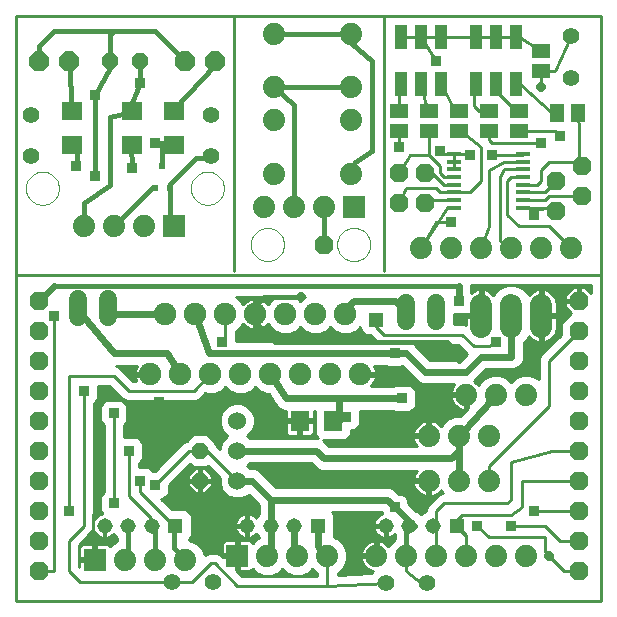
<source format=gtl>
G75*
G70*
%OFA0B0*%
%FSLAX24Y24*%
%IPPOS*%
%LPD*%
%AMOC8*
5,1,8,0,0,1.08239X$1,22.5*
%
%ADD10C,0.0000*%
%ADD11C,0.0100*%
%ADD12C,0.0748*%
%ADD13OC8,0.0630*%
%ADD14C,0.0600*%
%ADD15OC8,0.0520*%
%ADD16R,0.0630X0.0709*%
%ADD17C,0.0600*%
%ADD18R,0.0710X0.0630*%
%ADD19OC8,0.0660*%
%ADD20C,0.0740*%
%ADD21R,0.0515X0.0515*%
%ADD22C,0.0515*%
%ADD23C,0.0740*%
%ADD24R,0.0740X0.0740*%
%ADD25C,0.0551*%
%ADD26R,0.0236X0.0217*%
%ADD27R,0.0472X0.0157*%
%ADD28R,0.0433X0.0787*%
%ADD29R,0.0591X0.0512*%
%ADD30R,0.0512X0.0591*%
%ADD31C,0.0240*%
%ADD32C,0.0160*%
%ADD33R,0.0317X0.0317*%
%ADD34R,0.0356X0.0356*%
%ADD35C,0.0320*%
%ADD36R,0.0472X0.0472*%
%ADD37OC8,0.0317*%
D10*
X000750Y000138D02*
X000750Y010995D01*
X020252Y010995D01*
X020252Y000138D01*
X000750Y000138D01*
X000750Y000150D02*
X000750Y019650D01*
X020250Y019650D01*
X020250Y000150D01*
X000750Y000150D01*
X008574Y012025D02*
X008576Y012072D01*
X008582Y012118D01*
X008592Y012164D01*
X008605Y012209D01*
X008623Y012252D01*
X008644Y012294D01*
X008668Y012334D01*
X008696Y012371D01*
X008727Y012406D01*
X008761Y012439D01*
X008797Y012468D01*
X008836Y012494D01*
X008877Y012517D01*
X008920Y012536D01*
X008964Y012552D01*
X009009Y012564D01*
X009055Y012572D01*
X009102Y012576D01*
X009148Y012576D01*
X009195Y012572D01*
X009241Y012564D01*
X009286Y012552D01*
X009330Y012536D01*
X009373Y012517D01*
X009414Y012494D01*
X009453Y012468D01*
X009489Y012439D01*
X009523Y012406D01*
X009554Y012371D01*
X009582Y012334D01*
X009606Y012294D01*
X009627Y012252D01*
X009645Y012209D01*
X009658Y012164D01*
X009668Y012118D01*
X009674Y012072D01*
X009676Y012025D01*
X009674Y011978D01*
X009668Y011932D01*
X009658Y011886D01*
X009645Y011841D01*
X009627Y011798D01*
X009606Y011756D01*
X009582Y011716D01*
X009554Y011679D01*
X009523Y011644D01*
X009489Y011611D01*
X009453Y011582D01*
X009414Y011556D01*
X009373Y011533D01*
X009330Y011514D01*
X009286Y011498D01*
X009241Y011486D01*
X009195Y011478D01*
X009148Y011474D01*
X009102Y011474D01*
X009055Y011478D01*
X009009Y011486D01*
X008964Y011498D01*
X008920Y011514D01*
X008877Y011533D01*
X008836Y011556D01*
X008797Y011582D01*
X008761Y011611D01*
X008727Y011644D01*
X008696Y011679D01*
X008668Y011716D01*
X008644Y011756D01*
X008623Y011798D01*
X008605Y011841D01*
X008592Y011886D01*
X008582Y011932D01*
X008576Y011978D01*
X008574Y012025D01*
X006574Y013900D02*
X006576Y013947D01*
X006582Y013993D01*
X006592Y014039D01*
X006605Y014084D01*
X006623Y014127D01*
X006644Y014169D01*
X006668Y014209D01*
X006696Y014246D01*
X006727Y014281D01*
X006761Y014314D01*
X006797Y014343D01*
X006836Y014369D01*
X006877Y014392D01*
X006920Y014411D01*
X006964Y014427D01*
X007009Y014439D01*
X007055Y014447D01*
X007102Y014451D01*
X007148Y014451D01*
X007195Y014447D01*
X007241Y014439D01*
X007286Y014427D01*
X007330Y014411D01*
X007373Y014392D01*
X007414Y014369D01*
X007453Y014343D01*
X007489Y014314D01*
X007523Y014281D01*
X007554Y014246D01*
X007582Y014209D01*
X007606Y014169D01*
X007627Y014127D01*
X007645Y014084D01*
X007658Y014039D01*
X007668Y013993D01*
X007674Y013947D01*
X007676Y013900D01*
X007674Y013853D01*
X007668Y013807D01*
X007658Y013761D01*
X007645Y013716D01*
X007627Y013673D01*
X007606Y013631D01*
X007582Y013591D01*
X007554Y013554D01*
X007523Y013519D01*
X007489Y013486D01*
X007453Y013457D01*
X007414Y013431D01*
X007373Y013408D01*
X007330Y013389D01*
X007286Y013373D01*
X007241Y013361D01*
X007195Y013353D01*
X007148Y013349D01*
X007102Y013349D01*
X007055Y013353D01*
X007009Y013361D01*
X006964Y013373D01*
X006920Y013389D01*
X006877Y013408D01*
X006836Y013431D01*
X006797Y013457D01*
X006761Y013486D01*
X006727Y013519D01*
X006696Y013554D01*
X006668Y013591D01*
X006644Y013631D01*
X006623Y013673D01*
X006605Y013716D01*
X006592Y013761D01*
X006582Y013807D01*
X006576Y013853D01*
X006574Y013900D01*
X001074Y013900D02*
X001076Y013947D01*
X001082Y013993D01*
X001092Y014039D01*
X001105Y014084D01*
X001123Y014127D01*
X001144Y014169D01*
X001168Y014209D01*
X001196Y014246D01*
X001227Y014281D01*
X001261Y014314D01*
X001297Y014343D01*
X001336Y014369D01*
X001377Y014392D01*
X001420Y014411D01*
X001464Y014427D01*
X001509Y014439D01*
X001555Y014447D01*
X001602Y014451D01*
X001648Y014451D01*
X001695Y014447D01*
X001741Y014439D01*
X001786Y014427D01*
X001830Y014411D01*
X001873Y014392D01*
X001914Y014369D01*
X001953Y014343D01*
X001989Y014314D01*
X002023Y014281D01*
X002054Y014246D01*
X002082Y014209D01*
X002106Y014169D01*
X002127Y014127D01*
X002145Y014084D01*
X002158Y014039D01*
X002168Y013993D01*
X002174Y013947D01*
X002176Y013900D01*
X002174Y013853D01*
X002168Y013807D01*
X002158Y013761D01*
X002145Y013716D01*
X002127Y013673D01*
X002106Y013631D01*
X002082Y013591D01*
X002054Y013554D01*
X002023Y013519D01*
X001989Y013486D01*
X001953Y013457D01*
X001914Y013431D01*
X001873Y013408D01*
X001830Y013389D01*
X001786Y013373D01*
X001741Y013361D01*
X001695Y013353D01*
X001648Y013349D01*
X001602Y013349D01*
X001555Y013353D01*
X001509Y013361D01*
X001464Y013373D01*
X001420Y013389D01*
X001377Y013408D01*
X001336Y013431D01*
X001297Y013457D01*
X001261Y013486D01*
X001227Y013519D01*
X001196Y013554D01*
X001168Y013591D01*
X001144Y013631D01*
X001123Y013673D01*
X001105Y013716D01*
X001092Y013761D01*
X001082Y013807D01*
X001076Y013853D01*
X001074Y013900D01*
X011449Y012025D02*
X011451Y012072D01*
X011457Y012118D01*
X011467Y012164D01*
X011480Y012209D01*
X011498Y012252D01*
X011519Y012294D01*
X011543Y012334D01*
X011571Y012371D01*
X011602Y012406D01*
X011636Y012439D01*
X011672Y012468D01*
X011711Y012494D01*
X011752Y012517D01*
X011795Y012536D01*
X011839Y012552D01*
X011884Y012564D01*
X011930Y012572D01*
X011977Y012576D01*
X012023Y012576D01*
X012070Y012572D01*
X012116Y012564D01*
X012161Y012552D01*
X012205Y012536D01*
X012248Y012517D01*
X012289Y012494D01*
X012328Y012468D01*
X012364Y012439D01*
X012398Y012406D01*
X012429Y012371D01*
X012457Y012334D01*
X012481Y012294D01*
X012502Y012252D01*
X012520Y012209D01*
X012533Y012164D01*
X012543Y012118D01*
X012549Y012072D01*
X012551Y012025D01*
X012549Y011978D01*
X012543Y011932D01*
X012533Y011886D01*
X012520Y011841D01*
X012502Y011798D01*
X012481Y011756D01*
X012457Y011716D01*
X012429Y011679D01*
X012398Y011644D01*
X012364Y011611D01*
X012328Y011582D01*
X012289Y011556D01*
X012248Y011533D01*
X012205Y011514D01*
X012161Y011498D01*
X012116Y011486D01*
X012070Y011478D01*
X012023Y011474D01*
X011977Y011474D01*
X011930Y011478D01*
X011884Y011486D01*
X011839Y011498D01*
X011795Y011514D01*
X011752Y011533D01*
X011711Y011556D01*
X011672Y011582D01*
X011636Y011611D01*
X011602Y011644D01*
X011571Y011679D01*
X011543Y011716D01*
X011519Y011756D01*
X011498Y011798D01*
X011480Y011841D01*
X011467Y011886D01*
X011457Y011932D01*
X011451Y011978D01*
X011449Y012025D01*
D11*
X013000Y011150D02*
X013000Y019650D01*
X020250Y019650D01*
X020250Y011025D01*
X020250Y000150D01*
X000750Y000150D01*
X000750Y011025D01*
X000750Y019650D01*
X013000Y019650D01*
X013581Y018937D02*
X014250Y018937D01*
X014750Y018150D01*
X014919Y018937D02*
X014250Y018937D01*
X014919Y018937D02*
X016081Y018937D01*
X016750Y018937D01*
X017419Y018937D01*
X017467Y018985D01*
X018250Y018485D01*
X018250Y017815D02*
X018726Y017815D01*
X019250Y018964D01*
X019250Y018849D01*
X018250Y017815D02*
X018250Y017275D01*
X017537Y017363D02*
X018625Y016400D01*
X018625Y016315D01*
X018790Y016400D01*
X018710Y015815D02*
X018875Y015650D01*
X018710Y015815D02*
X017500Y015815D01*
X017500Y016485D02*
X017335Y016650D01*
X017250Y016650D01*
X016750Y017150D01*
X016750Y017363D01*
X017419Y017363D02*
X017537Y017363D01*
X016500Y016485D02*
X016165Y016485D01*
X016000Y016650D01*
X016000Y017150D01*
X016081Y017231D01*
X016081Y017363D01*
X015500Y016485D02*
X015419Y016404D01*
X014919Y017363D01*
X014250Y017363D02*
X014375Y016775D01*
X014585Y016485D01*
X014500Y016485D01*
X014500Y015815D02*
X014500Y015025D01*
X013875Y015025D01*
X013500Y014400D01*
X013750Y013900D02*
X013500Y013400D01*
X013750Y013900D02*
X014750Y013900D01*
X014884Y013766D01*
X015348Y013766D01*
X015357Y013775D01*
X015875Y013775D01*
X016250Y014150D01*
X016250Y015275D01*
X015585Y015815D01*
X015500Y015815D01*
X015415Y015815D01*
X014875Y015150D02*
X014979Y015046D01*
X015348Y015046D01*
X015729Y015046D01*
X015875Y015025D01*
X015348Y015046D02*
X015348Y014790D01*
X015348Y014534D01*
X015348Y014278D02*
X014997Y014278D01*
X014875Y014400D01*
X014875Y014650D01*
X014500Y015025D01*
X014625Y014400D02*
X014375Y014400D01*
X014625Y014400D02*
X015003Y014022D01*
X015348Y014022D01*
X015348Y013510D02*
X014640Y013510D01*
X014375Y013400D01*
X014750Y012775D02*
X014250Y011900D01*
X015104Y013254D01*
X015348Y013254D01*
X015250Y012775D02*
X014750Y012775D01*
X016250Y011900D02*
X016500Y012650D01*
X016500Y014525D01*
X017015Y014790D01*
X017652Y014790D01*
X017631Y015025D02*
X017652Y015046D01*
X017631Y015025D02*
X016625Y015025D01*
X016625Y015400D02*
X018250Y015400D01*
X018500Y014775D02*
X019500Y014775D01*
X019625Y014650D01*
X019500Y014650D01*
X019500Y015775D01*
X019460Y016400D01*
X018500Y014775D02*
X018250Y014525D01*
X018250Y014150D01*
X018122Y014022D01*
X017652Y014022D01*
X017652Y013766D02*
X018366Y013766D01*
X018750Y014150D01*
X018500Y013650D02*
X018360Y013510D01*
X017652Y013510D01*
X017652Y013254D02*
X018396Y013254D01*
X018021Y013171D01*
X018000Y013025D01*
X018396Y013254D02*
X018750Y013150D01*
X018500Y013650D02*
X019625Y013650D01*
X018500Y012650D02*
X019250Y011900D01*
X018500Y012650D02*
X017500Y012650D01*
X017125Y013025D01*
X017125Y014150D01*
X017253Y014278D01*
X017652Y014278D01*
X017652Y014534D02*
X017009Y014534D01*
X016875Y014275D01*
X016875Y012150D01*
X017250Y011900D01*
X017119Y010680D02*
X016876Y010580D01*
X016690Y010394D01*
X016665Y010333D01*
X016647Y010359D01*
X016589Y010417D01*
X016523Y010465D01*
X016450Y010502D01*
X016372Y010527D01*
X016300Y010539D01*
X016300Y009700D01*
X016200Y009700D01*
X016200Y010539D01*
X016128Y010527D01*
X016050Y010502D01*
X015977Y010465D01*
X015924Y010426D01*
X015910Y010459D01*
X015910Y010685D01*
X019910Y010685D01*
X019910Y010398D01*
X019693Y010615D01*
X019540Y010615D01*
X019540Y010190D01*
X019460Y010190D01*
X019460Y010615D01*
X019307Y010615D01*
X019035Y010343D01*
X019035Y010190D01*
X019460Y010190D01*
X019460Y010110D01*
X019035Y010110D01*
X019035Y009957D01*
X019243Y009749D01*
X018895Y009401D01*
X018895Y009026D01*
X018307Y008438D01*
X018212Y008343D01*
X018160Y008218D01*
X018160Y007548D01*
X018124Y007585D01*
X017881Y007685D01*
X017619Y007685D01*
X017376Y007585D01*
X017250Y007458D01*
X017124Y007585D01*
X016881Y007685D01*
X016619Y007685D01*
X016376Y007585D01*
X016190Y007399D01*
X016165Y007338D01*
X016147Y007364D01*
X016089Y007422D01*
X016024Y007469D01*
X016420Y007865D01*
X017332Y007865D01*
X017482Y007927D01*
X017598Y008043D01*
X017660Y008193D01*
X017660Y008757D01*
X017810Y008906D01*
X017835Y008967D01*
X017853Y008941D01*
X017911Y008883D01*
X017977Y008835D01*
X018050Y008798D01*
X018128Y008773D01*
X018200Y008761D01*
X018200Y009600D01*
X018300Y009600D01*
X018300Y009700D01*
X018200Y009700D01*
X018200Y010539D01*
X018128Y010527D01*
X018050Y010502D01*
X017977Y010465D01*
X017911Y010417D01*
X017853Y010359D01*
X017835Y010333D01*
X017810Y010394D01*
X017624Y010580D01*
X017381Y010680D01*
X017119Y010680D01*
X016904Y010591D02*
X015910Y010591D01*
X015910Y010493D02*
X016032Y010493D01*
X016200Y010493D02*
X016300Y010493D01*
X016300Y010394D02*
X016200Y010394D01*
X016200Y010296D02*
X016300Y010296D01*
X016300Y010197D02*
X016200Y010197D01*
X016200Y010099D02*
X016300Y010099D01*
X016300Y010000D02*
X016200Y010000D01*
X016200Y009902D02*
X016300Y009902D01*
X016300Y009803D02*
X016200Y009803D01*
X016200Y009705D02*
X016300Y009705D01*
X016200Y009700D02*
X016200Y009600D01*
X015730Y009600D01*
X015730Y009350D01*
X015693Y009365D01*
X015340Y009365D01*
X015340Y009702D01*
X015716Y009702D01*
X015730Y009707D01*
X015730Y009700D01*
X016200Y009700D01*
X016200Y009606D02*
X015340Y009606D01*
X015340Y009508D02*
X015730Y009508D01*
X015730Y009409D02*
X015340Y009409D01*
X015625Y009025D02*
X016000Y008650D01*
X016500Y008650D01*
X016750Y008775D01*
X017660Y008720D02*
X018589Y008720D01*
X018523Y008835D02*
X018589Y008883D01*
X018647Y008941D01*
X018695Y009007D01*
X018732Y009080D01*
X018757Y009158D01*
X018770Y009239D01*
X018770Y009600D01*
X018300Y009600D01*
X018300Y008761D01*
X018372Y008773D01*
X018450Y008798D01*
X018523Y008835D01*
X018489Y008818D02*
X018687Y008818D01*
X018622Y008917D02*
X018786Y008917D01*
X018699Y009015D02*
X018884Y009015D01*
X018895Y009114D02*
X018743Y009114D01*
X018766Y009212D02*
X018895Y009212D01*
X018895Y009311D02*
X018770Y009311D01*
X018770Y009409D02*
X018903Y009409D01*
X019002Y009508D02*
X018770Y009508D01*
X018770Y009700D02*
X018770Y010061D01*
X018757Y010142D01*
X018732Y010220D01*
X018695Y010293D01*
X018647Y010359D01*
X018589Y010417D01*
X018523Y010465D01*
X018450Y010502D01*
X018372Y010527D01*
X018300Y010539D01*
X018300Y009700D01*
X018770Y009700D01*
X018770Y009705D02*
X019199Y009705D01*
X019189Y009803D02*
X018770Y009803D01*
X018770Y009902D02*
X019091Y009902D01*
X019035Y010000D02*
X018770Y010000D01*
X018764Y010099D02*
X019035Y010099D01*
X019035Y010197D02*
X018739Y010197D01*
X018693Y010296D02*
X019035Y010296D01*
X019086Y010394D02*
X018611Y010394D01*
X018468Y010493D02*
X019185Y010493D01*
X019283Y010591D02*
X017596Y010591D01*
X017711Y010493D02*
X018032Y010493D01*
X018200Y010493D02*
X018300Y010493D01*
X018300Y010394D02*
X018200Y010394D01*
X018200Y010296D02*
X018300Y010296D01*
X018300Y010197D02*
X018200Y010197D01*
X018200Y010099D02*
X018300Y010099D01*
X018300Y010000D02*
X018200Y010000D01*
X018200Y009902D02*
X018300Y009902D01*
X018300Y009803D02*
X018200Y009803D01*
X018200Y009705D02*
X018300Y009705D01*
X018300Y009606D02*
X019100Y009606D01*
X019500Y009150D02*
X018500Y008150D01*
X018500Y006650D01*
X016500Y004650D01*
X016500Y004150D01*
X017125Y003400D02*
X017250Y003525D01*
X017250Y004775D01*
X018625Y005150D01*
X019500Y005150D01*
X019500Y004150D02*
X017625Y004150D01*
X017625Y003275D01*
X017250Y003025D01*
X015625Y003025D01*
X015375Y002775D01*
X015375Y002650D01*
X015694Y002331D01*
X015750Y002331D01*
X015431Y002650D01*
X015750Y002331D02*
X015750Y001650D01*
X016500Y002275D02*
X016125Y002650D01*
X016500Y002275D02*
X018375Y002275D01*
X018375Y001775D01*
X018500Y001650D01*
X019000Y001150D01*
X019500Y001150D01*
X019500Y002150D02*
X018875Y002150D01*
X018375Y002650D01*
X017250Y002650D01*
X017125Y003400D02*
X015000Y003400D01*
X014750Y003150D01*
X014750Y002544D01*
X014644Y002650D01*
X014750Y002544D02*
X014750Y001650D01*
X014439Y000750D02*
X014250Y000750D01*
X013750Y001150D01*
X013750Y001650D01*
X013287Y002120D02*
X012973Y002120D01*
X012950Y002132D02*
X012872Y002157D01*
X012800Y002169D01*
X012800Y001700D01*
X012700Y001700D01*
X012700Y002169D01*
X012628Y002157D01*
X012550Y002132D01*
X012477Y002095D01*
X012411Y002047D01*
X012353Y001989D01*
X012305Y001923D01*
X012268Y001850D01*
X012243Y001772D01*
X012231Y001700D01*
X012700Y001700D01*
X012700Y001600D01*
X012231Y001600D01*
X012243Y001528D01*
X012268Y001450D01*
X012305Y001377D01*
X012353Y001311D01*
X012411Y001253D01*
X012477Y001205D01*
X012550Y001168D01*
X012628Y001143D01*
X012650Y001139D01*
X012582Y001070D01*
X012580Y001066D01*
X011465Y001008D01*
X011465Y001076D01*
X011499Y001090D01*
X011685Y001276D01*
X011785Y001519D01*
X011785Y001781D01*
X011685Y002024D01*
X011499Y002210D01*
X011331Y002279D01*
X011354Y002335D01*
X011354Y002965D01*
X011309Y003072D01*
X011266Y003115D01*
X012927Y003115D01*
X012927Y003059D01*
X012936Y003035D01*
X012912Y003028D01*
X012855Y002999D01*
X012803Y002961D01*
X012758Y002915D01*
X012720Y002864D01*
X012691Y002806D01*
X012671Y002745D01*
X012661Y002682D01*
X012661Y002679D01*
X013040Y002679D01*
X013040Y002621D01*
X013098Y002621D01*
X013098Y002243D01*
X013101Y002243D01*
X013164Y002253D01*
X013225Y002272D01*
X013282Y002301D01*
X013334Y002339D01*
X013375Y002380D01*
X013380Y002369D01*
X013380Y002211D01*
X013376Y002210D01*
X013190Y002024D01*
X013165Y001963D01*
X013147Y001989D01*
X013089Y002047D01*
X013023Y002095D01*
X012950Y002132D01*
X012973Y002253D02*
X013037Y002243D01*
X013040Y002243D01*
X013040Y002621D01*
X012661Y002621D01*
X012661Y002618D01*
X012671Y002555D01*
X012691Y002494D01*
X012720Y002436D01*
X012758Y002385D01*
X012803Y002339D01*
X012855Y002301D01*
X012912Y002272D01*
X012973Y002253D01*
X013040Y002317D02*
X013098Y002317D01*
X013098Y002416D02*
X013040Y002416D01*
X013040Y002514D02*
X013098Y002514D01*
X013098Y002613D02*
X013040Y002613D01*
X012834Y002317D02*
X011346Y002317D01*
X011354Y002416D02*
X012736Y002416D01*
X012685Y002514D02*
X011354Y002514D01*
X011354Y002613D02*
X012662Y002613D01*
X012666Y002711D02*
X011354Y002711D01*
X011354Y002810D02*
X012693Y002810D01*
X012753Y002908D02*
X011354Y002908D01*
X011336Y003007D02*
X012871Y003007D01*
X012927Y003105D02*
X011276Y003105D01*
X011477Y002219D02*
X013380Y002219D01*
X013380Y002317D02*
X013304Y002317D01*
X013190Y002022D02*
X013114Y002022D01*
X012800Y002022D02*
X012700Y002022D01*
X012700Y002120D02*
X012800Y002120D01*
X012800Y001923D02*
X012700Y001923D01*
X012700Y001825D02*
X012800Y001825D01*
X012800Y001726D02*
X012700Y001726D01*
X012700Y001628D02*
X011785Y001628D01*
X011785Y001726D02*
X012236Y001726D01*
X012260Y001825D02*
X011767Y001825D01*
X011726Y001923D02*
X012306Y001923D01*
X012386Y002022D02*
X011685Y002022D01*
X011588Y002120D02*
X012527Y002120D01*
X012243Y001529D02*
X011785Y001529D01*
X011748Y001431D02*
X012278Y001431D01*
X012338Y001332D02*
X011708Y001332D01*
X011642Y001234D02*
X012439Y001234D01*
X012646Y001135D02*
X011543Y001135D01*
X011465Y001037D02*
X012017Y001037D01*
X011125Y000650D02*
X008125Y000650D01*
X007375Y001400D01*
X007250Y001400D01*
X006625Y000775D01*
X005936Y000775D01*
X002875Y000775D01*
X002500Y001150D01*
X002500Y002150D01*
X003000Y002650D01*
X003000Y007150D01*
X003468Y007144D02*
X004026Y007144D01*
X003927Y007242D02*
X003468Y007242D01*
X003468Y007310D02*
X003468Y006914D01*
X003424Y006808D01*
X003342Y006726D01*
X003340Y006725D01*
X003340Y002853D01*
X003345Y002864D01*
X003383Y002915D01*
X003428Y002961D01*
X003480Y002999D01*
X003537Y003028D01*
X003598Y003047D01*
X003622Y003051D01*
X003596Y003077D01*
X003552Y003184D01*
X003552Y003616D01*
X003596Y003723D01*
X003660Y003787D01*
X003660Y006013D01*
X003596Y006077D01*
X003552Y006184D01*
X003552Y006616D01*
X003596Y006723D01*
X003677Y006804D01*
X003784Y006848D01*
X004216Y006848D01*
X004323Y006804D01*
X004404Y006723D01*
X004448Y006616D01*
X004448Y006184D01*
X004404Y006077D01*
X004340Y006013D01*
X004340Y005618D01*
X004736Y005618D01*
X004842Y005574D01*
X004924Y005492D01*
X004968Y005386D01*
X004968Y004914D01*
X004924Y004808D01*
X004842Y004726D01*
X004840Y004725D01*
X004840Y004618D01*
X005111Y004618D01*
X005217Y004574D01*
X005298Y004493D01*
X005362Y004493D01*
X006212Y005343D01*
X006307Y005438D01*
X006432Y005490D01*
X006437Y005490D01*
X006647Y005700D01*
X007103Y005700D01*
X007425Y005378D01*
X007425Y005331D01*
X007535Y005221D01*
X007535Y005267D01*
X007625Y005484D01*
X007791Y005650D01*
X007625Y005816D01*
X007535Y006033D01*
X007535Y006267D01*
X007625Y006484D01*
X007791Y006650D01*
X008008Y006740D01*
X008242Y006740D01*
X008459Y006650D01*
X008625Y006484D01*
X008715Y006267D01*
X008715Y006033D01*
X008625Y005816D01*
X008459Y005650D01*
X008549Y005560D01*
X010812Y005560D01*
X010740Y005631D01*
X010696Y005738D01*
X010696Y006490D01*
X010664Y006490D01*
X010664Y006200D01*
X010249Y006200D01*
X010249Y006100D01*
X010664Y006100D01*
X010664Y005776D01*
X010654Y005738D01*
X010634Y005704D01*
X010606Y005676D01*
X010572Y005656D01*
X010534Y005646D01*
X010249Y005646D01*
X010249Y006100D01*
X010149Y006100D01*
X010149Y005646D01*
X009864Y005646D01*
X009826Y005656D01*
X009792Y005676D01*
X009764Y005704D01*
X009744Y005738D01*
X009734Y005776D01*
X009734Y006100D01*
X010149Y006100D01*
X010149Y006200D01*
X009734Y006200D01*
X009734Y006484D01*
X009705Y006490D01*
X009668Y006490D01*
X009626Y006508D01*
X009582Y006517D01*
X009552Y006538D01*
X009518Y006552D01*
X009485Y006585D01*
X009448Y006611D01*
X009428Y006642D01*
X009402Y006668D01*
X009385Y006710D01*
X009172Y007045D01*
X007043Y007045D01*
X007058Y007060D02*
X007094Y007045D01*
X007358Y007045D01*
X007603Y007146D01*
X007726Y007270D01*
X007850Y007146D01*
X008094Y007045D01*
X008358Y007045D01*
X008603Y007146D01*
X008726Y007270D01*
X008850Y007146D01*
X009094Y007045D01*
X009172Y007045D01*
X009234Y006947D02*
X006945Y006947D01*
X006860Y006862D02*
X007058Y007060D01*
X006860Y006862D02*
X006735Y006810D01*
X004432Y006810D01*
X004307Y006862D01*
X004212Y006957D01*
X003859Y007310D01*
X003468Y007310D01*
X003468Y007045D02*
X004124Y007045D01*
X004223Y006947D02*
X003468Y006947D01*
X003441Y006848D02*
X003783Y006848D01*
X003623Y006750D02*
X003366Y006750D01*
X003340Y006651D02*
X003566Y006651D01*
X003552Y006553D02*
X003340Y006553D01*
X003340Y006454D02*
X003552Y006454D01*
X003552Y006356D02*
X003340Y006356D01*
X003340Y006257D02*
X003552Y006257D01*
X003562Y006159D02*
X003340Y006159D01*
X003340Y006060D02*
X003613Y006060D01*
X003660Y005962D02*
X003340Y005962D01*
X003340Y005863D02*
X003660Y005863D01*
X003660Y005765D02*
X003340Y005765D01*
X003340Y005666D02*
X003660Y005666D01*
X003660Y005568D02*
X003340Y005568D01*
X003340Y005469D02*
X003660Y005469D01*
X003660Y005371D02*
X003340Y005371D01*
X003340Y005272D02*
X003660Y005272D01*
X003660Y005174D02*
X003340Y005174D01*
X003340Y005075D02*
X003660Y005075D01*
X003660Y004977D02*
X003340Y004977D01*
X003340Y004878D02*
X003660Y004878D01*
X003660Y004780D02*
X003340Y004780D01*
X003340Y004681D02*
X003660Y004681D01*
X003660Y004583D02*
X003340Y004583D01*
X003340Y004484D02*
X003660Y004484D01*
X003660Y004386D02*
X003340Y004386D01*
X003340Y004287D02*
X003660Y004287D01*
X003660Y004189D02*
X003340Y004189D01*
X003340Y004090D02*
X003660Y004090D01*
X003660Y003992D02*
X003340Y003992D01*
X003340Y003893D02*
X003660Y003893D01*
X003660Y003795D02*
X003340Y003795D01*
X003340Y003696D02*
X003585Y003696D01*
X003500Y003650D02*
X003500Y003150D01*
X003300Y003050D01*
X003300Y002350D01*
X003246Y002416D02*
X003361Y002416D01*
X003345Y002436D02*
X003383Y002385D01*
X003428Y002339D01*
X003480Y002301D01*
X003537Y002272D01*
X003598Y002253D01*
X003662Y002243D01*
X003665Y002243D01*
X003665Y002621D01*
X003723Y002621D01*
X003723Y002243D01*
X003726Y002243D01*
X003789Y002253D01*
X003850Y002272D01*
X003907Y002301D01*
X003959Y002339D01*
X004000Y002380D01*
X004017Y002340D01*
X004111Y002246D01*
X004111Y002130D01*
X004001Y002085D01*
X003879Y001963D01*
X003865Y001987D01*
X003837Y002015D01*
X003803Y002035D01*
X003765Y002045D01*
X003425Y002045D01*
X003425Y001575D01*
X003325Y001575D01*
X003325Y002045D01*
X002985Y002045D01*
X002947Y002035D01*
X002913Y002015D01*
X002885Y001987D01*
X002865Y001953D01*
X002855Y001915D01*
X002855Y001575D01*
X003325Y001575D01*
X003325Y001475D01*
X002855Y001475D01*
X002855Y001276D01*
X002840Y001291D01*
X002840Y002009D01*
X003193Y002362D01*
X003288Y002457D01*
X003311Y002511D01*
X003316Y002494D01*
X003345Y002436D01*
X003459Y002317D02*
X003148Y002317D01*
X003049Y002219D02*
X004111Y002219D01*
X004087Y002120D02*
X002951Y002120D01*
X002924Y002022D02*
X002852Y002022D01*
X002840Y001923D02*
X002857Y001923D01*
X002855Y001825D02*
X002840Y001825D01*
X002840Y001726D02*
X002855Y001726D01*
X002855Y001628D02*
X002840Y001628D01*
X002840Y001529D02*
X003325Y001529D01*
X003325Y001628D02*
X003425Y001628D01*
X003425Y001726D02*
X003325Y001726D01*
X003325Y001825D02*
X003425Y001825D01*
X003425Y001923D02*
X003325Y001923D01*
X003325Y002022D02*
X003425Y002022D01*
X003665Y002317D02*
X003723Y002317D01*
X003723Y002416D02*
X003665Y002416D01*
X003665Y002514D02*
X003723Y002514D01*
X003723Y002613D02*
X003665Y002613D01*
X003929Y002317D02*
X004040Y002317D01*
X003938Y002022D02*
X003826Y002022D01*
X003378Y002908D02*
X003340Y002908D01*
X003340Y003007D02*
X003496Y003007D01*
X003584Y003105D02*
X003340Y003105D01*
X003340Y003204D02*
X003552Y003204D01*
X003552Y003302D02*
X003340Y003302D01*
X003340Y003401D02*
X003552Y003401D01*
X003552Y003499D02*
X003340Y003499D01*
X003340Y003598D02*
X003552Y003598D01*
X004000Y003400D02*
X004000Y006400D01*
X004448Y006356D02*
X007572Y006356D01*
X007535Y006257D02*
X004448Y006257D01*
X004438Y006159D02*
X007535Y006159D01*
X007535Y006060D02*
X004387Y006060D01*
X004340Y005962D02*
X007564Y005962D01*
X007605Y005863D02*
X004340Y005863D01*
X004340Y005765D02*
X007676Y005765D01*
X007775Y005666D02*
X007137Y005666D01*
X007235Y005568D02*
X007708Y005568D01*
X007619Y005469D02*
X007334Y005469D01*
X007425Y005371D02*
X007578Y005371D01*
X007537Y005272D02*
X007484Y005272D01*
X007125Y005150D02*
X006875Y005150D01*
X006500Y005150D01*
X005375Y004025D01*
X005843Y004012D02*
X005843Y003789D01*
X005799Y003683D01*
X005717Y003601D01*
X005611Y003557D01*
X005574Y003557D01*
X005933Y003197D01*
X006371Y003197D01*
X006478Y003153D01*
X006559Y003072D01*
X006604Y002965D01*
X006604Y002335D01*
X006559Y002228D01*
X006513Y002182D01*
X006749Y002085D01*
X006935Y001899D01*
X007032Y001663D01*
X007057Y001688D01*
X007182Y001740D01*
X007443Y001740D01*
X007568Y001688D01*
X007656Y001600D01*
X008075Y001600D01*
X008075Y001700D01*
X008075Y002170D01*
X007735Y002170D01*
X007697Y002160D01*
X007663Y002140D01*
X007635Y002112D01*
X007615Y002078D01*
X007605Y002040D01*
X007605Y001700D01*
X008075Y001700D01*
X008175Y001700D01*
X008175Y002170D01*
X008515Y002170D01*
X008553Y002160D01*
X008587Y002140D01*
X008615Y002112D01*
X008629Y002088D01*
X008751Y002210D01*
X008840Y002246D01*
X008840Y002267D01*
X008767Y002340D01*
X008750Y002380D01*
X008709Y002339D01*
X008657Y002301D01*
X008600Y002272D01*
X008539Y002253D01*
X008476Y002243D01*
X008473Y002243D01*
X008473Y002621D01*
X008415Y002621D01*
X008415Y002243D01*
X008412Y002243D01*
X008348Y002253D01*
X008287Y002272D01*
X008230Y002301D01*
X008178Y002339D01*
X008133Y002385D01*
X008095Y002436D01*
X008066Y002494D01*
X008046Y002555D01*
X008036Y002618D01*
X008036Y002621D01*
X008415Y002621D01*
X008415Y002679D01*
X008415Y003057D01*
X008412Y003057D01*
X008348Y003047D01*
X008287Y003028D01*
X008230Y002999D01*
X008178Y002961D01*
X008133Y002915D01*
X008095Y002864D01*
X008066Y002806D01*
X008046Y002745D01*
X008036Y002682D01*
X008036Y002679D01*
X008415Y002679D01*
X008473Y002679D01*
X008473Y003057D01*
X008476Y003057D01*
X008539Y003047D01*
X008600Y003028D01*
X008657Y002999D01*
X008709Y002961D01*
X008750Y002920D01*
X008767Y002960D01*
X008840Y003033D01*
X008840Y003355D01*
X008502Y003693D01*
X008459Y003650D01*
X008242Y003560D01*
X008008Y003560D01*
X007791Y003650D01*
X007625Y003816D01*
X007535Y004033D01*
X007535Y004259D01*
X007148Y004646D01*
X007103Y004600D01*
X006647Y004600D01*
X006539Y004708D01*
X005843Y004012D01*
X005843Y003992D02*
X006465Y003992D01*
X006465Y003980D02*
X006705Y003740D01*
X006845Y003740D01*
X006845Y004120D01*
X006465Y004120D01*
X006465Y003980D01*
X006465Y004090D02*
X005921Y004090D01*
X006019Y004189D02*
X006465Y004189D01*
X006465Y004180D02*
X006845Y004180D01*
X006845Y004560D01*
X006705Y004560D01*
X006465Y004320D01*
X006465Y004180D01*
X006465Y004287D02*
X006118Y004287D01*
X006216Y004386D02*
X006531Y004386D01*
X006629Y004484D02*
X006315Y004484D01*
X006413Y004583D02*
X007212Y004583D01*
X007121Y004484D02*
X007310Y004484D01*
X007219Y004386D02*
X007409Y004386D01*
X007507Y004287D02*
X007285Y004287D01*
X007285Y004320D02*
X007045Y004560D01*
X006905Y004560D01*
X006905Y004180D01*
X006845Y004180D01*
X006845Y004120D01*
X006905Y004120D01*
X006905Y004180D01*
X007285Y004180D01*
X007285Y004320D01*
X007285Y004189D02*
X007535Y004189D01*
X007535Y004090D02*
X007285Y004090D01*
X007285Y004120D02*
X006905Y004120D01*
X006905Y003740D01*
X007045Y003740D01*
X007285Y003980D01*
X007285Y004120D01*
X007285Y003992D02*
X007552Y003992D01*
X007593Y003893D02*
X007198Y003893D01*
X007099Y003795D02*
X007646Y003795D01*
X007745Y003696D02*
X005805Y003696D01*
X005843Y003795D02*
X006651Y003795D01*
X006552Y003893D02*
X005843Y003893D01*
X005709Y003598D02*
X007917Y003598D01*
X008333Y003598D02*
X008598Y003598D01*
X008696Y003499D02*
X005632Y003499D01*
X005730Y003401D02*
X008795Y003401D01*
X008840Y003302D02*
X005829Y003302D01*
X005927Y003204D02*
X008840Y003204D01*
X008840Y003105D02*
X006526Y003105D01*
X006586Y003007D02*
X008246Y003007D01*
X008128Y002908D02*
X006604Y002908D01*
X006604Y002810D02*
X008068Y002810D01*
X008041Y002711D02*
X006604Y002711D01*
X006604Y002613D02*
X008037Y002613D01*
X008060Y002514D02*
X006604Y002514D01*
X006604Y002416D02*
X008111Y002416D01*
X008209Y002317D02*
X006596Y002317D01*
X006550Y002219D02*
X008773Y002219D01*
X008790Y002317D02*
X008679Y002317D01*
X008662Y002120D02*
X008607Y002120D01*
X008473Y002317D02*
X008415Y002317D01*
X008415Y002416D02*
X008473Y002416D01*
X008473Y002514D02*
X008415Y002514D01*
X008415Y002613D02*
X008473Y002613D01*
X008473Y002711D02*
X008415Y002711D01*
X008415Y002810D02*
X008473Y002810D01*
X008473Y002908D02*
X008415Y002908D01*
X008415Y003007D02*
X008473Y003007D01*
X008642Y003007D02*
X008814Y003007D01*
X008175Y002120D02*
X008075Y002120D01*
X008075Y002022D02*
X008175Y002022D01*
X008175Y001923D02*
X008075Y001923D01*
X008075Y001825D02*
X008175Y001825D01*
X008175Y001726D02*
X008075Y001726D01*
X008075Y001628D02*
X007628Y001628D01*
X007605Y001726D02*
X007476Y001726D01*
X007605Y001825D02*
X006965Y001825D01*
X007006Y001726D02*
X007149Y001726D01*
X006910Y001923D02*
X007605Y001923D01*
X007605Y002022D02*
X006812Y002022D01*
X006663Y002120D02*
X007643Y002120D01*
X008075Y001600D02*
X008075Y001181D01*
X008266Y000990D01*
X010785Y000990D01*
X010785Y001076D01*
X010751Y001090D01*
X010625Y001217D01*
X010499Y001090D01*
X010256Y000990D01*
X009994Y000990D01*
X009751Y001090D01*
X009625Y001217D01*
X009499Y001090D01*
X009256Y000990D01*
X008994Y000990D01*
X008751Y001090D01*
X008629Y001212D01*
X008615Y001188D01*
X008587Y001160D01*
X008553Y001140D01*
X008515Y001130D01*
X008175Y001130D01*
X008175Y001600D01*
X008075Y001600D01*
X008075Y001529D02*
X008175Y001529D01*
X008175Y001431D02*
X008075Y001431D01*
X008075Y001332D02*
X008175Y001332D01*
X008175Y001234D02*
X008075Y001234D01*
X008121Y001135D02*
X008175Y001135D01*
X008219Y001037D02*
X008881Y001037D01*
X008707Y001135D02*
X008533Y001135D01*
X009369Y001037D02*
X009881Y001037D01*
X009707Y001135D02*
X009543Y001135D01*
X010369Y001037D02*
X010785Y001037D01*
X010707Y001135D02*
X010543Y001135D01*
X011125Y000650D02*
X011125Y001650D01*
X011125Y000650D02*
X013061Y000750D01*
X013856Y002650D02*
X014000Y002650D01*
X013875Y002650D02*
X013856Y002650D01*
X014250Y003031D02*
X014166Y003114D01*
X014080Y003150D01*
X013823Y003406D01*
X013823Y003491D01*
X013779Y003598D01*
X013698Y003679D01*
X013591Y003723D01*
X013506Y003723D01*
X013357Y003873D01*
X013207Y003935D01*
X009420Y003935D01*
X008857Y004498D01*
X008707Y004560D01*
X008549Y004560D01*
X008459Y004650D01*
X008549Y004740D01*
X010580Y004740D01*
X010652Y004668D01*
X010768Y004552D01*
X010918Y004490D01*
X014105Y004490D01*
X014103Y004489D01*
X014055Y004423D01*
X014018Y004350D01*
X013993Y004272D01*
X013981Y004200D01*
X014450Y004200D01*
X014450Y004100D01*
X013981Y004100D01*
X013993Y004028D01*
X014018Y003950D01*
X014055Y003877D01*
X014103Y003811D01*
X014161Y003753D01*
X014227Y003705D01*
X014300Y003668D01*
X014378Y003643D01*
X014450Y003631D01*
X014450Y004100D01*
X014550Y004100D01*
X014550Y003631D01*
X014622Y003643D01*
X014700Y003668D01*
X014773Y003705D01*
X014839Y003753D01*
X014897Y003811D01*
X014915Y003837D01*
X014940Y003776D01*
X014977Y003740D01*
X014932Y003740D01*
X014807Y003688D01*
X014712Y003593D01*
X014462Y003343D01*
X014410Y003218D01*
X014410Y003146D01*
X014334Y003114D01*
X014250Y003031D01*
X014176Y003105D02*
X014324Y003105D01*
X014410Y003204D02*
X014026Y003204D01*
X013928Y003302D02*
X014445Y003302D01*
X014520Y003401D02*
X013829Y003401D01*
X013820Y003499D02*
X014618Y003499D01*
X014717Y003598D02*
X013779Y003598D01*
X013657Y003696D02*
X014246Y003696D01*
X014120Y003795D02*
X013435Y003795D01*
X013308Y003893D02*
X014047Y003893D01*
X014005Y003992D02*
X009363Y003992D01*
X009265Y004090D02*
X013983Y004090D01*
X013998Y004287D02*
X009068Y004287D01*
X009166Y004189D02*
X014450Y004189D01*
X014450Y004090D02*
X014550Y004090D01*
X014550Y003992D02*
X014450Y003992D01*
X014450Y003893D02*
X014550Y003893D01*
X014550Y003795D02*
X014450Y003795D01*
X014450Y003696D02*
X014550Y003696D01*
X014754Y003696D02*
X014826Y003696D01*
X014880Y003795D02*
X014933Y003795D01*
X014100Y004484D02*
X008871Y004484D01*
X008969Y004386D02*
X014036Y004386D01*
X014105Y005310D02*
X011170Y005310D01*
X010982Y005498D01*
X010963Y005506D01*
X011674Y005506D01*
X011780Y005550D01*
X011862Y005631D01*
X011906Y005738D01*
X011906Y005827D01*
X011966Y005827D01*
X012073Y005871D01*
X012154Y005952D01*
X012198Y006059D01*
X012198Y006182D01*
X012200Y006185D01*
X012200Y006365D01*
X012198Y006368D01*
X012198Y006490D01*
X013316Y006490D01*
X013409Y006452D01*
X013841Y006452D01*
X013948Y006496D01*
X014029Y006577D01*
X014073Y006684D01*
X014073Y007116D01*
X014029Y007223D01*
X013948Y007304D01*
X013841Y007348D01*
X013409Y007348D01*
X013316Y007310D01*
X012568Y007310D01*
X012626Y007368D01*
X012675Y007434D01*
X012712Y007508D01*
X012737Y007586D01*
X012749Y007659D01*
X012276Y007659D01*
X012276Y007759D01*
X012749Y007759D01*
X012737Y007832D01*
X012712Y007910D01*
X012675Y007984D01*
X012670Y007990D01*
X013066Y007990D01*
X013159Y007952D01*
X013591Y007952D01*
X013611Y007960D01*
X014027Y007543D01*
X014143Y007427D01*
X014293Y007365D01*
X015355Y007365D01*
X015353Y007364D01*
X015305Y007298D01*
X015268Y007225D01*
X015243Y007147D01*
X015231Y007075D01*
X015700Y007075D01*
X015700Y006975D01*
X015800Y006975D01*
X015800Y006590D01*
X015546Y006310D01*
X015369Y006310D01*
X015126Y006210D01*
X014940Y006024D01*
X014915Y005963D01*
X014897Y005989D01*
X014839Y006047D01*
X014773Y006095D01*
X014700Y006132D01*
X014622Y006157D01*
X014550Y006169D01*
X014550Y005700D01*
X014450Y005700D01*
X014450Y006169D01*
X014378Y006157D01*
X014300Y006132D01*
X014227Y006095D01*
X014161Y006047D01*
X014103Y005989D01*
X014055Y005923D01*
X014018Y005850D01*
X013993Y005772D01*
X013981Y005700D01*
X014450Y005700D01*
X014450Y005600D01*
X013981Y005600D01*
X013993Y005528D01*
X014018Y005450D01*
X014055Y005377D01*
X014103Y005311D01*
X014105Y005310D01*
X014060Y005371D02*
X011109Y005371D01*
X011011Y005469D02*
X014012Y005469D01*
X013987Y005568D02*
X011798Y005568D01*
X011876Y005666D02*
X014450Y005666D01*
X014450Y005765D02*
X014550Y005765D01*
X014550Y005863D02*
X014450Y005863D01*
X014450Y005962D02*
X014550Y005962D01*
X014550Y006060D02*
X014450Y006060D01*
X014450Y006159D02*
X014550Y006159D01*
X014613Y006159D02*
X015075Y006159D01*
X014977Y006060D02*
X014820Y006060D01*
X014387Y006159D02*
X012198Y006159D01*
X012200Y006257D02*
X015241Y006257D01*
X015477Y006580D02*
X015550Y006543D01*
X015628Y006518D01*
X015700Y006506D01*
X015700Y006975D01*
X015231Y006975D01*
X015243Y006903D01*
X015268Y006825D01*
X015305Y006752D01*
X015353Y006686D01*
X015411Y006628D01*
X015477Y006580D01*
X015532Y006553D02*
X014004Y006553D01*
X014060Y006651D02*
X015389Y006651D01*
X015307Y006750D02*
X014073Y006750D01*
X014073Y006848D02*
X015261Y006848D01*
X015236Y006947D02*
X014073Y006947D01*
X014073Y007045D02*
X015700Y007045D01*
X015700Y006947D02*
X015800Y006947D01*
X015800Y006848D02*
X015700Y006848D01*
X015700Y006750D02*
X015800Y006750D01*
X015800Y006651D02*
X015700Y006651D01*
X015700Y006553D02*
X015766Y006553D01*
X015677Y006454D02*
X013847Y006454D01*
X013403Y006454D02*
X012198Y006454D01*
X012200Y006356D02*
X015587Y006356D01*
X015242Y007144D02*
X014062Y007144D01*
X014010Y007242D02*
X015277Y007242D01*
X015336Y007341D02*
X013860Y007341D01*
X014033Y007538D02*
X012722Y007538D01*
X012745Y007636D02*
X013934Y007636D01*
X013836Y007735D02*
X012276Y007735D01*
X012701Y007932D02*
X013639Y007932D01*
X013737Y007833D02*
X012737Y007833D01*
X012677Y007439D02*
X014131Y007439D01*
X013390Y007341D02*
X012599Y007341D01*
X012198Y006060D02*
X014180Y006060D01*
X014084Y005962D02*
X012158Y005962D01*
X012054Y005863D02*
X014025Y005863D01*
X013992Y005765D02*
X011906Y005765D01*
X010804Y005568D02*
X008542Y005568D01*
X008475Y005666D02*
X009808Y005666D01*
X009737Y005765D02*
X008574Y005765D01*
X008645Y005863D02*
X009734Y005863D01*
X009734Y005962D02*
X008686Y005962D01*
X008715Y006060D02*
X009734Y006060D01*
X009734Y006257D02*
X008715Y006257D01*
X008715Y006159D02*
X010149Y006159D01*
X010149Y006060D02*
X010249Y006060D01*
X010249Y005962D02*
X010149Y005962D01*
X010149Y005863D02*
X010249Y005863D01*
X010249Y005765D02*
X010149Y005765D01*
X010149Y005666D02*
X010249Y005666D01*
X010589Y005666D02*
X010726Y005666D01*
X010696Y005765D02*
X010661Y005765D01*
X010664Y005863D02*
X010696Y005863D01*
X010696Y005962D02*
X010664Y005962D01*
X010664Y006060D02*
X010696Y006060D01*
X010696Y006159D02*
X010249Y006159D01*
X010664Y006257D02*
X010696Y006257D01*
X010696Y006356D02*
X010664Y006356D01*
X010664Y006454D02*
X010696Y006454D01*
X009734Y006454D02*
X008638Y006454D01*
X008678Y006356D02*
X009734Y006356D01*
X009518Y006553D02*
X008557Y006553D01*
X008457Y006651D02*
X009419Y006651D01*
X009360Y006750D02*
X004377Y006750D01*
X004341Y006848D02*
X004217Y006848D01*
X004434Y006651D02*
X007793Y006651D01*
X007693Y006553D02*
X004448Y006553D01*
X004448Y006454D02*
X007612Y006454D01*
X007596Y007144D02*
X007857Y007144D01*
X007754Y007242D02*
X007698Y007242D01*
X007226Y007709D02*
X006667Y007150D01*
X004500Y007150D01*
X004000Y007650D01*
X002500Y007650D01*
X002500Y003150D01*
X002840Y001431D02*
X002855Y001431D01*
X002855Y001332D02*
X002840Y001332D01*
X002000Y001150D02*
X001500Y001150D01*
X002000Y001150D02*
X002000Y009650D01*
X000750Y011025D02*
X020250Y011025D01*
X019910Y010591D02*
X019717Y010591D01*
X019815Y010493D02*
X019910Y010493D01*
X019540Y010493D02*
X019460Y010493D01*
X019460Y010591D02*
X019540Y010591D01*
X019540Y010394D02*
X019460Y010394D01*
X019460Y010296D02*
X019540Y010296D01*
X019540Y010197D02*
X019460Y010197D01*
X018300Y009508D02*
X018200Y009508D01*
X018200Y009409D02*
X018300Y009409D01*
X018300Y009311D02*
X018200Y009311D01*
X018200Y009212D02*
X018300Y009212D01*
X018300Y009114D02*
X018200Y009114D01*
X018200Y009015D02*
X018300Y009015D01*
X018300Y008917D02*
X018200Y008917D01*
X018200Y008818D02*
X018300Y008818D01*
X018490Y008621D02*
X017660Y008621D01*
X017660Y008523D02*
X018392Y008523D01*
X018293Y008424D02*
X017660Y008424D01*
X017660Y008326D02*
X018205Y008326D01*
X018164Y008227D02*
X017660Y008227D01*
X017633Y008129D02*
X018160Y008129D01*
X018160Y008030D02*
X017585Y008030D01*
X017486Y007932D02*
X018160Y007932D01*
X018160Y007833D02*
X016388Y007833D01*
X016289Y007735D02*
X018160Y007735D01*
X018160Y007636D02*
X018000Y007636D01*
X017500Y007636D02*
X017000Y007636D01*
X017171Y007538D02*
X017329Y007538D01*
X016500Y007636D02*
X016191Y007636D01*
X016092Y007538D02*
X016329Y007538D01*
X016231Y007439D02*
X016065Y007439D01*
X016164Y007341D02*
X016166Y007341D01*
X015580Y008185D02*
X014545Y008185D01*
X014045Y008685D01*
X015484Y008685D01*
X015712Y008457D01*
X015782Y008387D01*
X015580Y008185D01*
X015622Y008227D02*
X014503Y008227D01*
X014404Y008326D02*
X015721Y008326D01*
X015745Y008424D02*
X014306Y008424D01*
X014207Y008523D02*
X015647Y008523D01*
X015548Y008621D02*
X014109Y008621D01*
X013000Y009025D02*
X015625Y009025D01*
X015723Y009705D02*
X015730Y009705D01*
X016468Y010493D02*
X016789Y010493D01*
X016691Y010394D02*
X016611Y010394D01*
X017809Y010394D02*
X017889Y010394D01*
X017878Y008917D02*
X017814Y008917D01*
X017721Y008818D02*
X018011Y008818D01*
X013000Y009025D02*
X012750Y009275D01*
X012750Y009525D01*
X012224Y009231D02*
X012268Y009125D01*
X012350Y009043D01*
X012456Y008999D01*
X012545Y008999D01*
X012712Y008832D01*
X012734Y008810D01*
X008073Y008810D01*
X008073Y008991D01*
X008066Y009008D01*
X008066Y009131D01*
X008103Y009146D01*
X008289Y009333D01*
X008312Y009388D01*
X008327Y009368D01*
X008385Y009309D01*
X008452Y009261D01*
X008525Y009223D01*
X008604Y009198D01*
X008676Y009186D01*
X008676Y009659D01*
X008776Y009659D01*
X008776Y009186D01*
X008849Y009198D01*
X008928Y009223D01*
X009001Y009261D01*
X009068Y009309D01*
X009126Y009368D01*
X009141Y009388D01*
X009163Y009333D01*
X009350Y009146D01*
X009594Y009045D01*
X009858Y009045D01*
X010103Y009146D01*
X010226Y009270D01*
X010350Y009146D01*
X010594Y009045D01*
X010858Y009045D01*
X011103Y009146D01*
X011226Y009270D01*
X011350Y009146D01*
X011594Y009045D01*
X011858Y009045D01*
X012103Y009146D01*
X012224Y009267D01*
X012224Y009231D01*
X012232Y009212D02*
X012168Y009212D01*
X012279Y009114D02*
X012024Y009114D01*
X012417Y009015D02*
X008066Y009015D01*
X008066Y009114D02*
X009429Y009114D01*
X009284Y009212D02*
X008892Y009212D01*
X008776Y009212D02*
X008676Y009212D01*
X008676Y009311D02*
X008776Y009311D01*
X008776Y009409D02*
X008676Y009409D01*
X008676Y009508D02*
X008776Y009508D01*
X008776Y009606D02*
X008676Y009606D01*
X008676Y009759D02*
X008676Y010232D01*
X008604Y010220D01*
X008525Y010195D01*
X008452Y010157D01*
X008385Y010109D01*
X008327Y010050D01*
X008312Y010030D01*
X008289Y010085D01*
X008103Y010272D01*
X008083Y010280D01*
X009370Y010280D01*
X009350Y010272D01*
X009163Y010085D01*
X009141Y010030D01*
X009126Y010050D01*
X009068Y010109D01*
X009001Y010157D01*
X008928Y010195D01*
X008849Y010220D01*
X008776Y010232D01*
X008776Y009759D01*
X008676Y009759D01*
X008676Y009803D02*
X008776Y009803D01*
X008776Y009902D02*
X008676Y009902D01*
X008676Y010000D02*
X008776Y010000D01*
X008776Y010099D02*
X008676Y010099D01*
X008676Y010197D02*
X008776Y010197D01*
X008920Y010197D02*
X009275Y010197D01*
X009177Y010099D02*
X009078Y010099D01*
X008532Y010197D02*
X008177Y010197D01*
X008276Y010099D02*
X008375Y010099D01*
X007726Y009709D02*
X007726Y008799D01*
X007625Y008775D01*
X008073Y008818D02*
X012726Y008818D01*
X012628Y008917D02*
X008073Y008917D01*
X008168Y009212D02*
X008560Y009212D01*
X008384Y009311D02*
X008267Y009311D01*
X009069Y009311D02*
X009186Y009311D01*
X010024Y009114D02*
X010429Y009114D01*
X010284Y009212D02*
X010168Y009212D01*
X011024Y009114D02*
X011429Y009114D01*
X011284Y009212D02*
X011168Y009212D01*
X010226Y010148D02*
X010103Y010272D01*
X010083Y010280D01*
X010370Y010280D01*
X010350Y010272D01*
X010226Y010148D01*
X010177Y010197D02*
X010275Y010197D01*
X008000Y011150D02*
X008000Y019650D01*
X013463Y017363D02*
X013500Y017150D01*
X013500Y016485D01*
X013500Y015815D02*
X013500Y015275D01*
X013463Y017363D02*
X013581Y017363D01*
X016500Y015815D02*
X016500Y015525D01*
X016625Y015400D01*
X017531Y018826D02*
X017419Y018937D01*
X008754Y007242D02*
X008698Y007242D01*
X008596Y007144D02*
X008857Y007144D01*
X009297Y006848D02*
X006827Y006848D01*
X006613Y005666D02*
X004340Y005666D01*
X004849Y005568D02*
X006515Y005568D01*
X006382Y005469D02*
X004934Y005469D01*
X004968Y005371D02*
X006240Y005371D01*
X006141Y005272D02*
X004968Y005272D01*
X004968Y005174D02*
X006043Y005174D01*
X005944Y005075D02*
X004968Y005075D01*
X004968Y004977D02*
X005846Y004977D01*
X005747Y004878D02*
X004953Y004878D01*
X004896Y004780D02*
X005649Y004780D01*
X005550Y004681D02*
X004840Y004681D01*
X005197Y004583D02*
X005452Y004583D01*
X004875Y004150D02*
X004875Y003775D01*
X006000Y002650D01*
X006000Y002594D01*
X006000Y002650D02*
X006056Y002650D01*
X005250Y002650D02*
X005250Y002900D01*
X004500Y003650D01*
X004500Y005150D01*
X006512Y004681D02*
X006566Y004681D01*
X006845Y004484D02*
X006905Y004484D01*
X006905Y004386D02*
X006845Y004386D01*
X006845Y004287D02*
X006905Y004287D01*
X006905Y004189D02*
X006845Y004189D01*
X006845Y004090D02*
X006905Y004090D01*
X006905Y003992D02*
X006845Y003992D01*
X006845Y003893D02*
X006905Y003893D01*
X006905Y003795D02*
X006845Y003795D01*
X008125Y004150D02*
X007125Y005150D01*
X008490Y004681D02*
X010639Y004681D01*
X010738Y004583D02*
X008527Y004583D01*
X005176Y007659D02*
X004704Y007659D01*
X004715Y007586D01*
X004741Y007508D01*
X004750Y007490D01*
X004641Y007490D01*
X004193Y007938D01*
X004068Y007990D01*
X004062Y007990D01*
X004783Y007990D01*
X004778Y007984D01*
X004741Y007910D01*
X004715Y007832D01*
X004704Y007759D01*
X005176Y007759D01*
X005176Y007659D01*
X005176Y007735D02*
X004396Y007735D01*
X004298Y007833D02*
X004716Y007833D01*
X004752Y007932D02*
X004199Y007932D01*
X004062Y007990D02*
X004062Y007990D01*
X004495Y007636D02*
X004707Y007636D01*
X004731Y007538D02*
X004593Y007538D01*
X018000Y003150D02*
X019500Y003150D01*
D12*
X012226Y007709D03*
X011226Y007709D03*
X010226Y007709D03*
X009226Y007709D03*
X008226Y007709D03*
X007226Y007709D03*
X006226Y007709D03*
X005226Y007709D03*
X005726Y009709D03*
X006726Y009709D03*
X007726Y009709D03*
X008726Y009709D03*
X009726Y009709D03*
X010726Y009709D03*
X011726Y009709D03*
D13*
X011000Y012025D03*
X013500Y013400D03*
X014375Y013400D03*
X014375Y014400D03*
X013500Y014400D03*
X018750Y014150D03*
X018750Y013150D03*
X019625Y013650D03*
X019625Y014650D03*
X019500Y010150D03*
X019500Y009150D03*
X019500Y008150D03*
X019500Y007150D03*
X019500Y006150D03*
X019500Y005150D03*
X019500Y004150D03*
X019500Y003150D03*
X019500Y002150D03*
X019500Y001150D03*
X001500Y001150D03*
X001500Y002150D03*
X001500Y003150D03*
X001500Y004150D03*
X001500Y005150D03*
X001500Y006150D03*
X001500Y007150D03*
X001500Y008150D03*
X001500Y009150D03*
X001500Y010150D03*
D14*
X002803Y010200D02*
X002803Y009600D01*
X003803Y009600D02*
X003803Y010200D01*
X013750Y010075D02*
X013750Y009475D01*
X014750Y009475D02*
X014750Y010075D01*
D15*
X006875Y005150D03*
X006875Y004150D03*
X004875Y018150D03*
X003875Y018150D03*
D16*
X010199Y006150D03*
X011301Y006150D03*
D17*
X008125Y006150D03*
X008125Y005150D03*
X008125Y004150D03*
D18*
X006000Y015340D03*
X006000Y016460D03*
X004625Y016460D03*
X004625Y015340D03*
X002625Y015340D03*
X002625Y016460D03*
D19*
X002500Y018150D03*
X001500Y018150D03*
X006375Y018150D03*
X007375Y018150D03*
D20*
X016250Y010020D02*
X016250Y009280D01*
X017250Y009280D02*
X017250Y010020D01*
X018250Y010020D02*
X018250Y009280D01*
D21*
X015431Y002650D03*
X010806Y002650D03*
X006056Y002650D03*
D22*
X005269Y002650D03*
X004481Y002650D03*
X003694Y002650D03*
X008444Y002650D03*
X009231Y002650D03*
X010019Y002650D03*
X013069Y002650D03*
X013856Y002650D03*
X014644Y002650D03*
D23*
X014750Y001650D03*
X013750Y001650D03*
X012750Y001650D03*
X011125Y001650D03*
X010125Y001650D03*
X009125Y001650D03*
X006375Y001525D03*
X005375Y001525D03*
X004375Y001525D03*
X014500Y004150D03*
X015500Y004150D03*
X016500Y004150D03*
X016500Y005650D03*
X015500Y005650D03*
X014500Y005650D03*
X015750Y007025D03*
X016750Y007025D03*
X017750Y007025D03*
X017250Y011900D03*
X016250Y011900D03*
X015250Y011900D03*
X014250Y011900D03*
X011905Y014385D03*
X011000Y013275D03*
X010000Y013275D03*
X009000Y013275D03*
X009345Y014385D03*
X009345Y016165D03*
X009345Y017260D03*
X009345Y019040D03*
X011905Y019040D03*
X011905Y017260D03*
X011905Y016165D03*
X018250Y011900D03*
X019250Y011900D03*
X017750Y001650D03*
X016750Y001650D03*
X015750Y001650D03*
X005000Y012650D03*
X004000Y012650D03*
X003000Y012650D03*
D24*
X006000Y012650D03*
X012000Y013275D03*
X008125Y001650D03*
X003375Y001525D03*
D25*
X005936Y000775D03*
X007314Y000775D03*
X013061Y000750D03*
X014439Y000750D03*
X007250Y014961D03*
X007250Y016339D03*
X001250Y016339D03*
X001250Y014961D03*
X019250Y017586D03*
X019250Y018964D03*
D26*
X005881Y013911D03*
X005369Y013911D03*
X005625Y014639D03*
D27*
X015348Y014534D03*
X015348Y014790D03*
X015348Y015046D03*
X015348Y014278D03*
X015348Y014022D03*
X015348Y013766D03*
X015348Y013510D03*
X015348Y013254D03*
X017652Y013254D03*
X017652Y013510D03*
X017652Y013766D03*
X017652Y014022D03*
X017652Y014278D03*
X017652Y014534D03*
X017652Y014790D03*
X017652Y015046D03*
D28*
X017419Y017363D03*
X016750Y017363D03*
X016081Y017363D03*
X014919Y017363D03*
X014250Y017363D03*
X013581Y017363D03*
X013581Y018937D03*
X014250Y018937D03*
X014919Y018937D03*
X016081Y018937D03*
X016750Y018937D03*
X017419Y018937D03*
D29*
X018250Y018485D03*
X018250Y017815D03*
X017500Y016485D03*
X017500Y015815D03*
X016500Y015815D03*
X016500Y016485D03*
X015500Y016485D03*
X015500Y015815D03*
X014500Y015815D03*
X014500Y016485D03*
X013500Y016485D03*
X013500Y015815D03*
D30*
X018790Y016400D03*
X019460Y016400D03*
D31*
X015500Y010650D02*
X015500Y010150D01*
X013750Y009775D02*
X013375Y010150D01*
X012000Y010150D01*
X011726Y009876D01*
X011726Y009709D01*
X012500Y008900D02*
X008875Y008900D01*
X008726Y009049D01*
X009226Y007709D02*
X009285Y007650D01*
X009250Y007650D01*
X009250Y007685D01*
X009226Y007709D01*
X009250Y007685D02*
X009750Y006900D01*
X011500Y006900D01*
X013625Y006900D01*
X014375Y007775D02*
X015750Y007775D01*
X016250Y008275D01*
X017250Y008275D01*
X017250Y009650D01*
X016750Y007025D02*
X015500Y005650D01*
X015500Y005150D01*
X015500Y004150D01*
X015250Y004900D02*
X015500Y005150D01*
X015250Y004900D02*
X011000Y004900D01*
X010750Y005150D01*
X008125Y005150D01*
X008125Y004150D02*
X008625Y004150D01*
X009250Y003525D01*
X013125Y003525D01*
X013375Y003275D01*
X014000Y002650D01*
X013875Y002650D02*
X013875Y002775D01*
X011125Y001650D02*
X010806Y001969D01*
X010806Y002650D01*
X010019Y002650D02*
X010019Y001756D01*
X010125Y001650D01*
X009250Y001775D02*
X009250Y002650D01*
X009250Y002669D02*
X009250Y003525D01*
X009250Y002669D02*
X009231Y002650D01*
X009250Y001775D02*
X009125Y001650D01*
X011301Y006150D02*
X011375Y006150D01*
X011500Y006150D01*
X011500Y006900D01*
X013375Y008400D02*
X013750Y008400D01*
X014375Y007775D01*
X013375Y008400D02*
X007160Y008400D01*
X006726Y009709D01*
X005726Y009709D02*
X003994Y009709D01*
X003803Y009900D01*
X002803Y009900D02*
X002803Y009847D01*
X004000Y008400D01*
X005785Y008400D01*
X006226Y007709D01*
X002000Y010650D02*
X001500Y010150D01*
D32*
X002000Y010650D02*
X015500Y010650D01*
X015125Y008775D02*
X009375Y008775D01*
X008750Y009400D01*
X008750Y010025D01*
X009000Y010275D01*
X010250Y010275D01*
X011000Y012025D02*
X011000Y013275D01*
X010000Y013275D02*
X010000Y016665D01*
X009345Y017260D01*
X011905Y017260D01*
X012625Y018150D02*
X012625Y015150D01*
X012045Y014775D01*
X011905Y014385D01*
X012625Y018150D02*
X011905Y018745D01*
X011905Y019040D01*
X009345Y019040D01*
X007375Y018150D02*
X007375Y018025D01*
X006000Y016550D01*
X005990Y016450D01*
X006000Y016460D01*
X006000Y015340D02*
X005440Y015400D01*
X005375Y015400D01*
X005614Y015389D01*
X005625Y014639D01*
X005881Y014031D02*
X006750Y014900D01*
X007189Y014900D01*
X007250Y014961D01*
X006000Y015340D02*
X005560Y015400D01*
X005440Y015400D01*
X004625Y015340D02*
X004560Y015340D01*
X004600Y014575D01*
X005261Y013911D02*
X004000Y012650D01*
X003000Y012650D02*
X003000Y013400D01*
X003875Y014025D01*
X003875Y016275D01*
X004435Y016400D01*
X004625Y016460D01*
X004500Y016525D01*
X004875Y017400D01*
X004875Y018150D01*
X003875Y018150D02*
X003875Y017900D01*
X003375Y017025D01*
X003375Y014300D01*
X002750Y014650D02*
X002810Y015340D01*
X002625Y015340D01*
X002625Y016460D02*
X002500Y018150D01*
X001500Y018150D02*
X001500Y018650D01*
X002000Y019150D01*
X004000Y019150D01*
X003875Y019025D01*
X003875Y018150D01*
X004000Y019150D02*
X005375Y019150D01*
X006375Y018150D01*
X005881Y014031D02*
X005881Y013911D01*
X005881Y012769D01*
X006000Y012650D01*
X005369Y013911D02*
X005261Y013911D01*
X012500Y008900D02*
X012625Y008900D01*
X012750Y008775D01*
X015125Y008775D02*
X015500Y008400D01*
X015500Y008150D01*
X013875Y002650D02*
X013750Y002525D01*
X013750Y001650D01*
X006375Y001525D02*
X006000Y001900D01*
X006000Y002594D01*
X005375Y002544D02*
X005269Y002650D01*
X005375Y002544D02*
X005375Y001525D01*
X004500Y001650D02*
X004375Y001525D01*
X004500Y001650D02*
X004481Y001669D01*
X004481Y002650D01*
D33*
X004000Y003400D03*
X002500Y003150D03*
X004000Y006400D03*
X005500Y006775D03*
X007625Y008775D03*
X011750Y006275D03*
X013625Y006900D03*
X014875Y006650D03*
X015500Y008400D03*
X016750Y008775D03*
X015500Y010150D03*
X013375Y008400D03*
X015250Y012775D03*
X015875Y015025D03*
X016625Y015025D03*
X018250Y015400D03*
X018875Y015650D03*
X018000Y013025D03*
X014875Y015150D03*
X013500Y015275D03*
X014750Y018150D03*
X002000Y009650D03*
X013375Y003275D03*
D34*
X016125Y002650D03*
X017250Y002650D03*
X018000Y003150D03*
X008000Y006900D03*
X005375Y004025D03*
X004875Y004150D03*
X004500Y005150D03*
X003000Y007150D03*
X003375Y014300D03*
X002750Y014650D03*
X004600Y014575D03*
X005375Y015400D03*
X004875Y017400D03*
X003375Y017025D03*
D35*
X011500Y006275D02*
X011375Y006150D01*
X011500Y006275D02*
X011750Y006275D01*
D36*
X011250Y004150D03*
X012000Y002775D03*
X012750Y009525D03*
D37*
X010250Y010275D03*
X003300Y002350D03*
X018500Y001650D03*
X018250Y017275D03*
M02*

</source>
